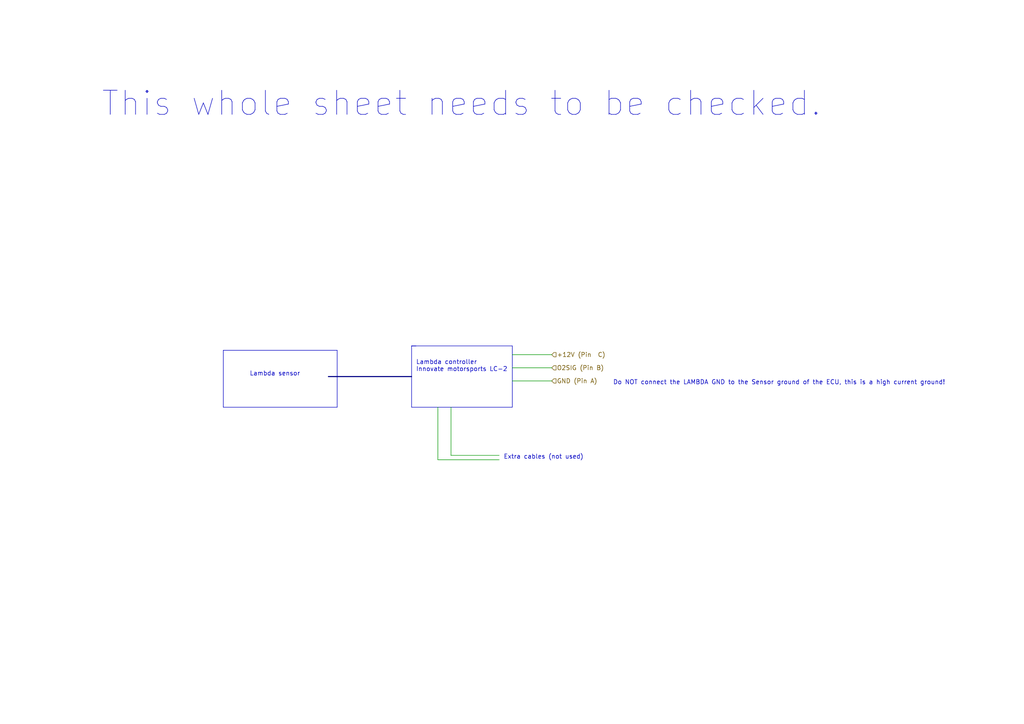
<source format=kicad_sch>
(kicad_sch (version 20230121) (generator eeschema)
  (paper "A4")
  (lib_symbols)
  (polyline (pts (xy 97.79 118.11) (xy 64.77 118.11)))
  (polyline (pts (xy 64.77 101.6) (xy 64.77 118.11)))
  (wire (pts (xy 127 133.35) (xy 144.78 133.35)))
  (wire (pts (xy 148.59 110.49) (xy 160.02 110.49)))
  (polyline (pts (xy 64.77 101.6) (xy 97.79 101.6)))
  (polyline (pts (xy 119.38 118.11) (xy 119.38 100.33)))
  (wire (pts (xy 130.81 118.11) (xy 130.81 132.08)))
  (polyline (pts (xy 119.38 100.33) (xy 148.59 100.33)))
  (wire (pts (xy 130.81 132.08) (xy 144.78 132.08)))
  (bus (pts (xy 95.25 109.22) (xy 119.38 109.22)))
  (polyline (pts (xy 148.59 118.11) (xy 119.38 118.11)))
  (wire (pts (xy 127 118.11) (xy 127 133.35)))
  (polyline (pts (xy 120.65 100.33) (xy 119.38 100.33)))
  (polyline (pts (xy 148.59 100.33) (xy 148.59 118.11)))
  (wire (pts (xy 148.59 106.68) (xy 160.02 106.68)))
  (polyline (pts (xy 97.79 101.6) (xy 97.79 118.11)))
  (wire (pts (xy 148.59 102.87) (xy 160.02 102.87)))
  (text "Extra cables (not used)\n" (at 146.05 133.35 0) (effects (font (size 1.27 1.27)) (justify left bottom)))
  (text "Do NOT connect the LAMBDA GND to the Sensor ground of the ECU, this is a high current ground!" (at 177.8 111.76 0) (effects (font (size 1.27 1.27)) (justify left bottom)))
  (text "This whole sheet needs to be checked." (at 29.21 34.29 0) (effects (font (size 7 7)) (justify left bottom)))
  (text "Lambda sensor" (at 72.39 109.22 0) (effects (font (size 1.27 1.27)) (justify left bottom)))
  (text "Lambda controller\nInnovate motorsports LC-2" (at 120.65 107.95 0) (effects (font (size 1.27 1.27)) (justify left bottom)))
  (hierarchical_label "O2SIG (Pin B)" (shape input) (at 160.02 106.68 0))
  (hierarchical_label "GND (Pin A)" (shape input) (at 160.02 110.49 0))
  (hierarchical_label "+12V (Pin  C)" (shape input) (at 160.02 102.87 0))
)
</source>
